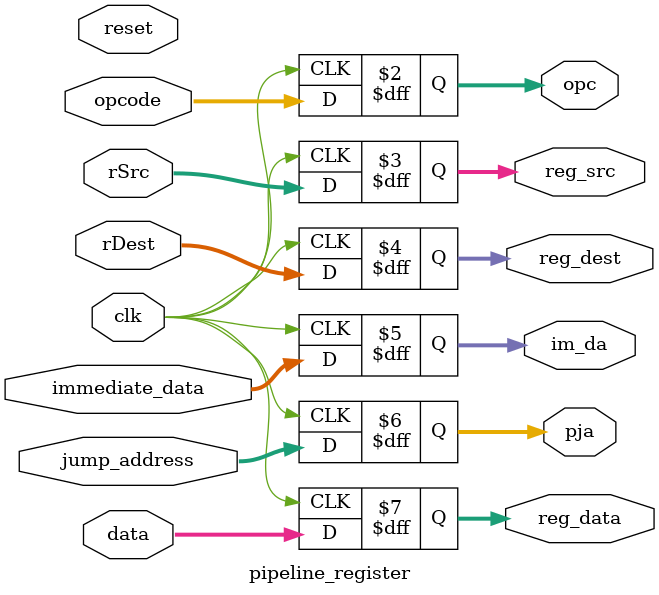
<source format=v>
`timescale 1ns / 1ps
module pipeline_register(
		input clk,
		input reset,
		input [1:0] opcode,
		input [2:0] rDest,
		input [2:0] rSrc,
		input [2:0] immediate_data,
		input [7:0] jump_address,
		input signed [7:0] data,
		output reg [1:0] opc,
		output reg [2:0] reg_src,
		output reg [2:0] reg_dest,
		output reg [2:0] im_da,
		output reg [7:0] pja,
		output reg signed [7:0] reg_data
    );
	 
//	 always @ (reset)
//	 begin
//	 if (reset == 1)
//		begin
//		opc = 2'bxx;
//		reg_src = 3'b111;
//		reg_dest = 3'b111;
//		im_da = 1;
//		pja = 1;
//		reg_data = 1;
//		end
//	 end
//
	always @ (posedge clk)
	begin
//		$write("Opcode %b: ", opcode);
//		$write("rSRc %b: ", rSrc);
//		$write("rDest %b: ", rDest);
//		$write("id %b: ", immediate_data);
//		$write("ja %b: ", jump_address);
//		$write("data %b: ", data);
		opc = opcode;
		reg_src = rSrc;
		reg_dest = rDest;
		im_da = immediate_data;
		pja = jump_address;
		reg_data = data;
	end

endmodule

</source>
